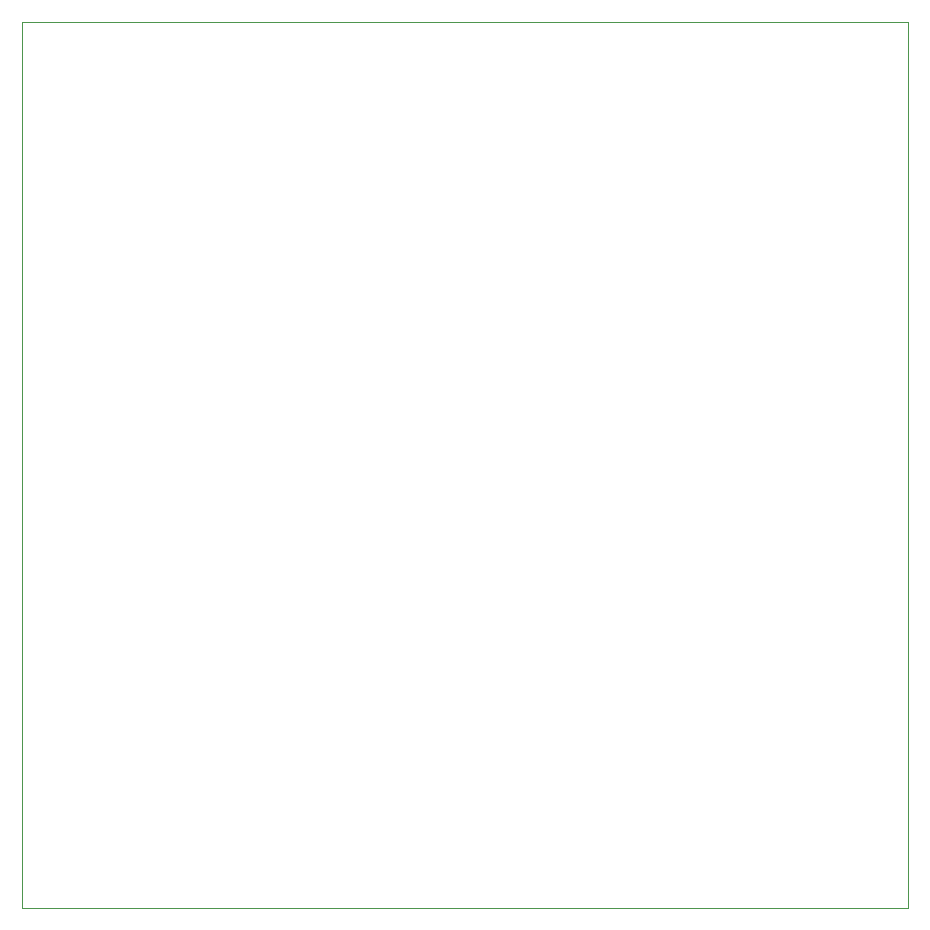
<source format=gko>
G04 #@! TF.FileFunction,Profile,NP*
%FSLAX46Y46*%
G04 Gerber Fmt 4.6, Leading zero omitted, Abs format (unit mm)*
G04 Created by KiCad (PCBNEW 4.0.2+e4-6225~38~ubuntu14.04.1-stable) date Sun 31 Jul 2016 09:36:03 AM CEST*
%MOMM*%
G01*
G04 APERTURE LIST*
%ADD10C,0.100000*%
%ADD11C,0.001000*%
G04 APERTURE END LIST*
D10*
D11*
X108500000Y-58928000D02*
X183500000Y-58928000D01*
X183500000Y-58928000D02*
X183500000Y-133928000D01*
X183500000Y-133928000D02*
X108500000Y-133928000D01*
X108500000Y-133928000D02*
X108500000Y-58928000D01*
M02*

</source>
